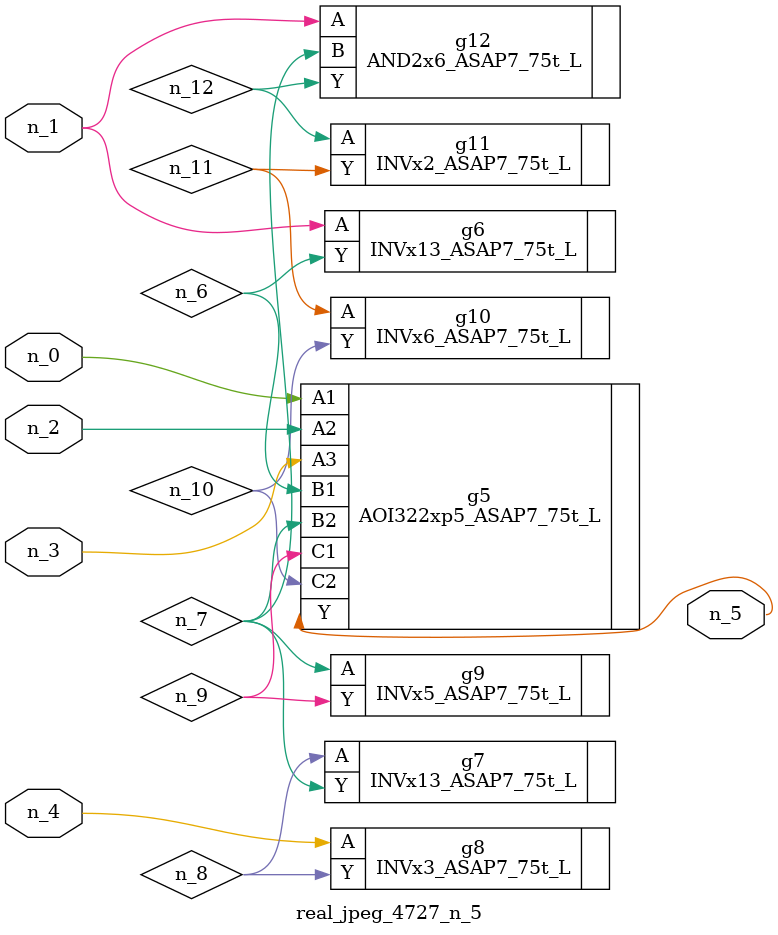
<source format=v>
module real_jpeg_4727_n_5 (n_4, n_0, n_1, n_2, n_3, n_5);

input n_4;
input n_0;
input n_1;
input n_2;
input n_3;

output n_5;

wire n_12;
wire n_8;
wire n_11;
wire n_6;
wire n_7;
wire n_10;
wire n_9;

AOI322xp5_ASAP7_75t_L g5 ( 
.A1(n_0),
.A2(n_2),
.A3(n_3),
.B1(n_6),
.B2(n_7),
.C1(n_9),
.C2(n_10),
.Y(n_5)
);

INVx13_ASAP7_75t_L g6 ( 
.A(n_1),
.Y(n_6)
);

AND2x6_ASAP7_75t_L g12 ( 
.A(n_1),
.B(n_7),
.Y(n_12)
);

INVx3_ASAP7_75t_L g8 ( 
.A(n_4),
.Y(n_8)
);

INVx5_ASAP7_75t_L g9 ( 
.A(n_7),
.Y(n_9)
);

INVx13_ASAP7_75t_L g7 ( 
.A(n_8),
.Y(n_7)
);

INVx6_ASAP7_75t_L g10 ( 
.A(n_11),
.Y(n_10)
);

INVx2_ASAP7_75t_L g11 ( 
.A(n_12),
.Y(n_11)
);


endmodule
</source>
